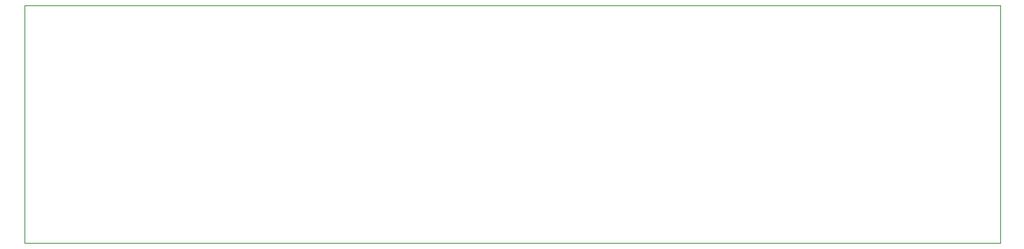
<source format=gbr>
G04 EAGLE Gerber X2 export*
G04 #@! %TF.Part,Single*
G04 #@! %TF.FileFunction,Profile,NP*
G04 #@! %TF.FilePolarity,Positive*
G04 #@! %TF.GenerationSoftware,Autodesk,EAGLE,9.0.0*
G04 #@! %TF.CreationDate,2019-08-08T19:12:45Z*
G75*
%MOMM*%
%FSLAX34Y34*%
%LPD*%
%AMOC8*
5,1,8,0,0,1.08239X$1,22.5*%
G01*
%ADD10C,0.000000*%


D10*
X0Y0D02*
X1079300Y0D01*
X1079300Y263400D01*
X0Y263400D01*
X0Y0D01*
M02*

</source>
